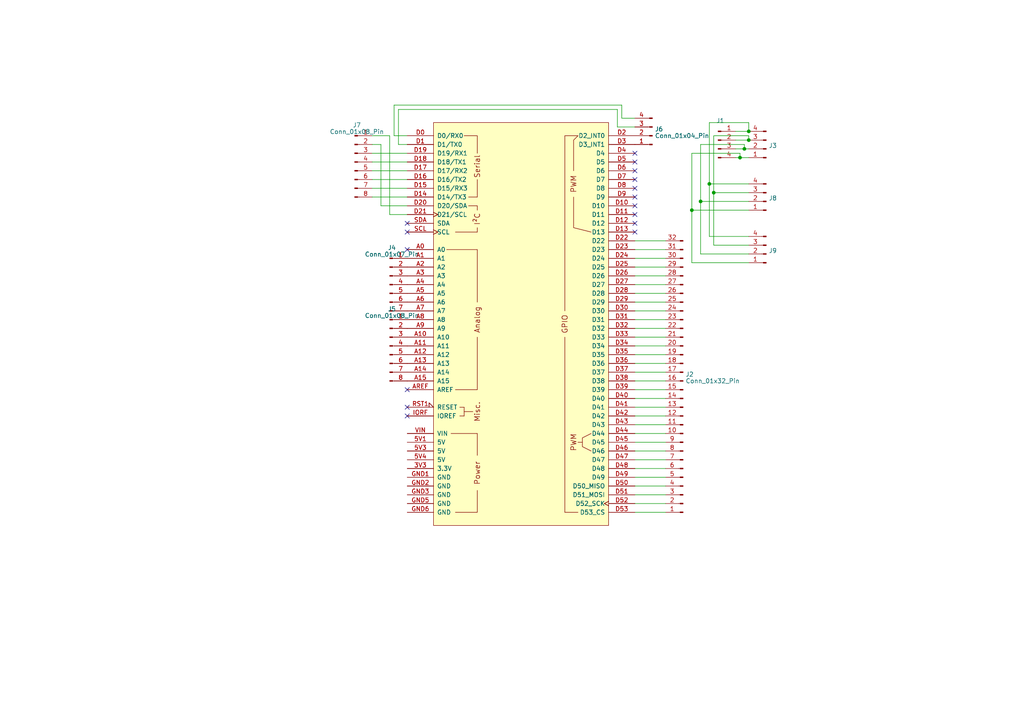
<source format=kicad_sch>
(kicad_sch (version 20230121) (generator eeschema)
  (paper "A4")
  (lib_symbols
    (symbol "Connector:Conn_01x04_Pin" (pin_names (offset 1.016) hide)
      (property "Reference" "J" (at 0 5.08 0))
      (property "Value" "Conn_01x04_Pin" (at 0 -7.62 0))
      (symbol "Conn_01x04_Pin_1_1"
        (polyline (pts (xy 1.27 -5.08) (xy 0.8636 -5.08)) (stroke (width 0.1524)))
        (polyline (pts (xy 1.27 -2.54) (xy 0.8636 -2.54)) (stroke (width 0.1524)))
        (polyline (pts (xy 1.27 0) (xy 0.8636 0)) (stroke (width 0.1524)))
        (polyline (pts (xy 1.27 2.54) (xy 0.8636 2.54)) (stroke (width 0.1524)))
        (rectangle (start 0.8636 -4.953) (end 0 -5.207) (stroke (width 0.1524)) (fill (type outline)))
        (rectangle (start 0.8636 -2.413) (end 0 -2.667) (stroke (width 0.1524)) (fill (type outline)))
        (rectangle (start 0.8636 0.127) (end 0 -0.127) (stroke (width 0.1524)) (fill (type outline)))
        (rectangle (start 0.8636 2.667) (end 0 2.413) (stroke (width 0.1524)) (fill (type outline)))
        (pin passive line (at 5.08 2.54 180) (length 3.81) (name "Pin_1") (number "1"))
        (pin passive line (at 5.08 0 180) (length 3.81) (name "Pin_2") (number "2"))
        (pin passive line (at 5.08 -2.54 180) (length 3.81) (name "Pin_3") (number "3"))
        (pin passive line (at 5.08 -5.08 180) (length 3.81) (name "Pin_4") (number "4"))
      )
    )
    (symbol "Connector:Conn_01x07_Pin" (pin_names (offset 1.016) hide)
      (property "Reference" "J" (at 0 10.16 0))
      (property "Value" "Conn_01x07_Pin" (at 0 -10.16 0))
      (symbol "Conn_01x07_Pin_1_1"
        (polyline (pts (xy 1.27 -7.62) (xy 0.8636 -7.62)) (stroke (width 0.1524)))
        (polyline (pts (xy 1.27 -5.08) (xy 0.8636 -5.08)) (stroke (width 0.1524)))
        (polyline (pts (xy 1.27 -2.54) (xy 0.8636 -2.54)) (stroke (width 0.1524)))
        (polyline (pts (xy 1.27 0) (xy 0.8636 0)) (stroke (width 0.1524)))
        (polyline (pts (xy 1.27 2.54) (xy 0.8636 2.54)) (stroke (width 0.1524)))
        (polyline (pts (xy 1.27 5.08) (xy 0.8636 5.08)) (stroke (width 0.1524)))
        (polyline (pts (xy 1.27 7.62) (xy 0.8636 7.62)) (stroke (width 0.1524)))
        (rectangle (start 0.8636 -7.493) (end 0 -7.747) (stroke (width 0.1524)) (fill (type outline)))
        (rectangle (start 0.8636 -4.953) (end 0 -5.207) (stroke (width 0.1524)) (fill (type outline)))
        (rectangle (start 0.8636 -2.413) (end 0 -2.667) (stroke (width 0.1524)) (fill (type outline)))
        (rectangle (start 0.8636 0.127) (end 0 -0.127) (stroke (width 0.1524)) (fill (type outline)))
        (rectangle (start 0.8636 2.667) (end 0 2.413) (stroke (width 0.1524)) (fill (type outline)))
        (rectangle (start 0.8636 5.207) (end 0 4.953) (stroke (width 0.1524)) (fill (type outline)))
        (rectangle (start 0.8636 7.747) (end 0 7.493) (stroke (width 0.1524)) (fill (type outline)))
        (pin passive line (at 5.08 7.62 180) (length 3.81) (name "Pin_1") (number "1"))
        (pin passive line (at 5.08 5.08 180) (length 3.81) (name "Pin_2") (number "2"))
        (pin passive line (at 5.08 2.54 180) (length 3.81) (name "Pin_3") (number "3"))
        (pin passive line (at 5.08 0 180) (length 3.81) (name "Pin_4") (number "4"))
        (pin passive line (at 5.08 -2.54 180) (length 3.81) (name "Pin_5") (number "5"))
        (pin passive line (at 5.08 -5.08 180) (length 3.81) (name "Pin_6") (number "6"))
        (pin passive line (at 5.08 -7.62 180) (length 3.81) (name "Pin_7") (number "7"))
      )
    )
    (symbol "Connector:Conn_01x08_Pin" (pin_names (offset 1.016) hide)
      (property "Reference" "J" (at 0 10.16 0))
      (property "Value" "Conn_01x08_Pin" (at 0 -12.7 0))
      (symbol "Conn_01x08_Pin_1_1"
        (polyline (pts (xy 1.27 -10.16) (xy 0.8636 -10.16)) (stroke (width 0.1524)))
        (polyline (pts (xy 1.27 -7.62) (xy 0.8636 -7.62)) (stroke (width 0.1524)))
        (polyline (pts (xy 1.27 -5.08) (xy 0.8636 -5.08)) (stroke (width 0.1524)))
        (polyline (pts (xy 1.27 -2.54) (xy 0.8636 -2.54)) (stroke (width 0.1524)))
        (polyline (pts (xy 1.27 0) (xy 0.8636 0)) (stroke (width 0.1524)))
        (polyline (pts (xy 1.27 2.54) (xy 0.8636 2.54)) (stroke (width 0.1524)))
        (polyline (pts (xy 1.27 5.08) (xy 0.8636 5.08)) (stroke (width 0.1524)))
        (polyline (pts (xy 1.27 7.62) (xy 0.8636 7.62)) (stroke (width 0.1524)))
        (rectangle (start 0.8636 -10.033) (end 0 -10.287) (stroke (width 0.1524)) (fill (type outline)))
        (rectangle (start 0.8636 -7.493) (end 0 -7.747) (stroke (width 0.1524)) (fill (type outline)))
        (rectangle (start 0.8636 -4.953) (end 0 -5.207) (stroke (width 0.1524)) (fill (type outline)))
        (rectangle (start 0.8636 -2.413) (end 0 -2.667) (stroke (width 0.1524)) (fill (type outline)))
        (rectangle (start 0.8636 0.127) (end 0 -0.127) (stroke (width 0.1524)) (fill (type outline)))
        (rectangle (start 0.8636 2.667) (end 0 2.413) (stroke (width 0.1524)) (fill (type outline)))
        (rectangle (start 0.8636 5.207) (end 0 4.953) (stroke (width 0.1524)) (fill (type outline)))
        (rectangle (start 0.8636 7.747) (end 0 7.493) (stroke (width 0.1524)) (fill (type outline)))
        (pin passive line (at 5.08 7.62 180) (length 3.81) (name "Pin_1") (number "1"))
        (pin passive line (at 5.08 5.08 180) (length 3.81) (name "Pin_2") (number "2"))
        (pin passive line (at 5.08 2.54 180) (length 3.81) (name "Pin_3") (number "3"))
        (pin passive line (at 5.08 0 180) (length 3.81) (name "Pin_4") (number "4"))
        (pin passive line (at 5.08 -2.54 180) (length 3.81) (name "Pin_5") (number "5"))
        (pin passive line (at 5.08 -5.08 180) (length 3.81) (name "Pin_6") (number "6"))
        (pin passive line (at 5.08 -7.62 180) (length 3.81) (name "Pin_7") (number "7"))
        (pin passive line (at 5.08 -10.16 180) (length 3.81) (name "Pin_8") (number "8"))
      )
    )
    (symbol "Connector:Conn_01x32_Pin" (pin_names (offset 1.016) hide)
      (property "Reference" "J" (at 0 40.64 0))
      (property "Value" "Conn_01x32_Pin" (at 0 -43.18 0))
      (symbol "Conn_01x32_Pin_1_1"
        (polyline (pts (xy 1.27 -40.64) (xy 0.8636 -40.64)) (stroke (width 0.1524)))
        (polyline (pts (xy 1.27 -38.1) (xy 0.8636 -38.1)) (stroke (width 0.1524)))
        (polyline (pts (xy 1.27 -35.56) (xy 0.8636 -35.56)) (stroke (width 0.1524)))
        (polyline (pts (xy 1.27 -33.02) (xy 0.8636 -33.02)) (stroke (width 0.1524)))
        (polyline (pts (xy 1.27 -30.48) (xy 0.8636 -30.48)) (stroke (width 0.1524)))
        (polyline (pts (xy 1.27 -27.94) (xy 0.8636 -27.94)) (stroke (width 0.1524)))
        (polyline (pts (xy 1.27 -25.4) (xy 0.8636 -25.4)) (stroke (width 0.1524)))
        (polyline (pts (xy 1.27 -22.86) (xy 0.8636 -22.86)) (stroke (width 0.1524)))
        (polyline (pts (xy 1.27 -20.32) (xy 0.8636 -20.32)) (stroke (width 0.1524)))
        (polyline (pts (xy 1.27 -17.78) (xy 0.8636 -17.78)) (stroke (width 0.1524)))
        (polyline (pts (xy 1.27 -15.24) (xy 0.8636 -15.24)) (stroke (width 0.1524)))
        (polyline (pts (xy 1.27 -12.7) (xy 0.8636 -12.7)) (stroke (width 0.1524)))
        (polyline (pts (xy 1.27 -10.16) (xy 0.8636 -10.16)) (stroke (width 0.1524)))
        (polyline (pts (xy 1.27 -7.62) (xy 0.8636 -7.62)) (stroke (width 0.1524)))
        (polyline (pts (xy 1.27 -5.08) (xy 0.8636 -5.08)) (stroke (width 0.1524)))
        (polyline (pts (xy 1.27 -2.54) (xy 0.8636 -2.54)) (stroke (width 0.1524)))
        (polyline (pts (xy 1.27 0) (xy 0.8636 0)) (stroke (width 0.1524)))
        (polyline (pts (xy 1.27 2.54) (xy 0.8636 2.54)) (stroke (width 0.1524)))
        (polyline (pts (xy 1.27 5.08) (xy 0.8636 5.08)) (stroke (width 0.1524)))
        (polyline (pts (xy 1.27 7.62) (xy 0.8636 7.62)) (stroke (width 0.1524)))
        (polyline (pts (xy 1.27 10.16) (xy 0.8636 10.16)) (stroke (width 0.1524)))
        (polyline (pts (xy 1.27 12.7) (xy 0.8636 12.7)) (stroke (width 0.1524)))
        (polyline (pts (xy 1.27 15.24) (xy 0.8636 15.24)) (stroke (width 0.1524)))
        (polyline (pts (xy 1.27 17.78) (xy 0.8636 17.78)) (stroke (width 0.1524)))
        (polyline (pts (xy 1.27 20.32) (xy 0.8636 20.32)) (stroke (width 0.1524)))
        (polyline (pts (xy 1.27 22.86) (xy 0.8636 22.86)) (stroke (width 0.1524)))
        (polyline (pts (xy 1.27 25.4) (xy 0.8636 25.4)) (stroke (width 0.1524)))
        (polyline (pts (xy 1.27 27.94) (xy 0.8636 27.94)) (stroke (width 0.1524)))
        (polyline (pts (xy 1.27 30.48) (xy 0.8636 30.48)) (stroke (width 0.1524)))
        (polyline (pts (xy 1.27 33.02) (xy 0.8636 33.02)) (stroke (width 0.1524)))
        (polyline (pts (xy 1.27 35.56) (xy 0.8636 35.56)) (stroke (width 0.1524)))
        (polyline (pts (xy 1.27 38.1) (xy 0.8636 38.1)) (stroke (width 0.1524)))
        (rectangle (start 0.8636 -40.513) (end 0 -40.767) (stroke (width 0.1524)) (fill (type outline)))
        (rectangle (start 0.8636 -37.973) (end 0 -38.227) (stroke (width 0.1524)) (fill (type outline)))
        (rectangle (start 0.8636 -35.433) (end 0 -35.687) (stroke (width 0.1524)) (fill (type outline)))
        (rectangle (start 0.8636 -32.893) (end 0 -33.147) (stroke (width 0.1524)) (fill (type outline)))
        (rectangle (start 0.8636 -30.353) (end 0 -30.607) (stroke (width 0.1524)) (fill (type outline)))
        (rectangle (start 0.8636 -27.813) (end 0 -28.067) (stroke (width 0.1524)) (fill (type outline)))
        (rectangle (start 0.8636 -25.273) (end 0 -25.527) (stroke (width 0.1524)) (fill (type outline)))
        (rectangle (start 0.8636 -22.733) (end 0 -22.987) (stroke (width 0.1524)) (fill (type outline)))
        (rectangle (start 0.8636 -20.193) (end 0 -20.447) (stroke (width 0.1524)) (fill (type outline)))
        (rectangle (start 0.8636 -17.653) (end 0 -17.907) (stroke (width 0.1524)) (fill (type outline)))
        (rectangle (start 0.8636 -15.113) (end 0 -15.367) (stroke (width 0.1524)) (fill (type outline)))
        (rectangle (start 0.8636 -12.573) (end 0 -12.827) (stroke (width 0.1524)) (fill (type outline)))
        (rectangle (start 0.8636 -10.033) (end 0 -10.287) (stroke (width 0.1524)) (fill (type outline)))
        (rectangle (start 0.8636 -7.493) (end 0 -7.747) (stroke (width 0.1524)) (fill (type outline)))
        (rectangle (start 0.8636 -4.953) (end 0 -5.207) (stroke (width 0.1524)) (fill (type outline)))
        (rectangle (start 0.8636 -2.413) (end 0 -2.667) (stroke (width 0.1524)) (fill (type outline)))
        (rectangle (start 0.8636 0.127) (end 0 -0.127) (stroke (width 0.1524)) (fill (type outline)))
        (rectangle (start 0.8636 2.667) (end 0 2.413) (stroke (width 0.1524)) (fill (type outline)))
        (rectangle (start 0.8636 5.207) (end 0 4.953) (stroke (width 0.1524)) (fill (type outline)))
        (rectangle (start 0.8636 7.747) (end 0 7.493) (stroke (width 0.1524)) (fill (type outline)))
        (rectangle (start 0.8636 10.287) (end 0 10.033) (stroke (width 0.1524)) (fill (type outline)))
        (rectangle (start 0.8636 12.827) (end 0 12.573) (stroke (width 0.1524)) (fill (type outline)))
        (rectangle (start 0.8636 15.367) (end 0 15.113) (stroke (width 0.1524)) (fill (type outline)))
        (rectangle (start 0.8636 17.907) (end 0 17.653) (stroke (width 0.1524)) (fill (type outline)))
        (rectangle (start 0.8636 20.447) (end 0 20.193) (stroke (width 0.1524)) (fill (type outline)))
        (rectangle (start 0.8636 22.987) (end 0 22.733) (stroke (width 0.1524)) (fill (type outline)))
        (rectangle (start 0.8636 25.527) (end 0 25.273) (stroke (width 0.1524)) (fill (type outline)))
        (rectangle (start 0.8636 28.067) (end 0 27.813) (stroke (width 0.1524)) (fill (type outline)))
        (rectangle (start 0.8636 30.607) (end 0 30.353) (stroke (width 0.1524)) (fill (type outline)))
        (rectangle (start 0.8636 33.147) (end 0 32.893) (stroke (width 0.1524)) (fill (type outline)))
        (rectangle (start 0.8636 35.687) (end 0 35.433) (stroke (width 0.1524)) (fill (type outline)))
        (rectangle (start 0.8636 38.227) (end 0 37.973) (stroke (width 0.1524)) (fill (type outline)))
        (pin passive line (at 5.08 38.1 180) (length 3.81) (name "Pin_1") (number "1"))
        (pin passive line (at 5.08 15.24 180) (length 3.81) (name "Pin_10") (number "10"))
        (pin passive line (at 5.08 12.7 180) (length 3.81) (name "Pin_11") (number "11"))
        (pin passive line (at 5.08 10.16 180) (length 3.81) (name "Pin_12") (number "12"))
        (pin passive line (at 5.08 7.62 180) (length 3.81) (name "Pin_13") (number "13"))
        (pin passive line (at 5.08 5.08 180) (length 3.81) (name "Pin_14") (number "14"))
        (pin passive line (at 5.08 2.54 180) (length 3.81) (name "Pin_15") (number "15"))
        (pin passive line (at 5.08 0 180) (length 3.81) (name "Pin_16") (number "16"))
        (pin passive line (at 5.08 -2.54 180) (length 3.81) (name "Pin_17") (number "17"))
        (pin passive line (at 5.08 -5.08 180) (length 3.81) (name "Pin_18") (number "18"))
        (pin passive line (at 5.08 -7.62 180) (length 3.81) (name "Pin_19") (number "19"))
        (pin passive line (at 5.08 35.56 180) (length 3.81) (name "Pin_2") (number "2"))
        (pin passive line (at 5.08 -10.16 180) (length 3.81) (name "Pin_20") (number "20"))
        (pin passive line (at 5.08 -12.7 180) (length 3.81) (name "Pin_21") (number "21"))
        (pin passive line (at 5.08 -15.24 180) (length 3.81) (name "Pin_22") (number "22"))
        (pin passive line (at 5.08 -17.78 180) (length 3.81) (name "Pin_23") (number "23"))
        (pin passive line (at 5.08 -20.32 180) (length 3.81) (name "Pin_24") (number "24"))
        (pin passive line (at 5.08 -22.86 180) (length 3.81) (name "Pin_25") (number "25"))
        (pin passive line (at 5.08 -25.4 180) (length 3.81) (name "Pin_26") (number "26"))
        (pin passive line (at 5.08 -27.94 180) (length 3.81) (name "Pin_27") (number "27"))
        (pin passive line (at 5.08 -30.48 180) (length 3.81) (name "Pin_28") (number "28"))
        (pin passive line (at 5.08 -33.02 180) (length 3.81) (name "Pin_29") (number "29"))
        (pin passive line (at 5.08 33.02 180) (length 3.81) (name "Pin_3") (number "3"))
        (pin passive line (at 5.08 -35.56 180) (length 3.81) (name "Pin_30") (number "30"))
        (pin passive line (at 5.08 -38.1 180) (length 3.81) (name "Pin_31") (number "31"))
        (pin passive line (at 5.08 -40.64 180) (length 3.81) (name "Pin_32") (number "32"))
        (pin passive line (at 5.08 30.48 180) (length 3.81) (name "Pin_4") (number "4"))
        (pin passive line (at 5.08 27.94 180) (length 3.81) (name "Pin_5") (number "5"))
        (pin passive line (at 5.08 25.4 180) (length 3.81) (name "Pin_6") (number "6"))
        (pin passive line (at 5.08 22.86 180) (length 3.81) (name "Pin_7") (number "7"))
        (pin passive line (at 5.08 20.32 180) (length 3.81) (name "Pin_8") (number "8"))
        (pin passive line (at 5.08 17.78 180) (length 3.81) (name "Pin_9") (number "9"))
      )
    )
    (symbol "PCM_arduino-library:Arduino_Mega2560_Shield" (pin_names (offset 1.016))
      (property "Reference" "XA1" (at 0 -60.1821 0))
      (property "Value" "Arduino_Mega2560_Shield" (at 0 -62.4363 0))
      (symbol "Arduino_Mega2560_Shield_0_0"
        (rectangle (start -25.4 -58.42) (end 25.4 58.42) (fill (type background)))
        (rectangle (start -20.32 -31.75) (end -12.7 -31.75))
        (rectangle (start -19.05 -54.61) (end -12.7 -54.61))
        (rectangle (start -19.05 -19.05) (end -12.7 -19.05))
        (rectangle (start -19.05 26.67) (end -12.7 26.67))
        (rectangle (start -17.78 -26.67) (end -16.51 -26.67))
        (rectangle (start -17.78 -24.13) (end -16.51 -24.13))
        (rectangle (start -16.51 -25.4) (end -13.97 -25.4))
        (rectangle (start -16.51 -24.13) (end -16.51 -26.67))
        (rectangle (start -16.51 54.61) (end -12.7 54.61))
        (rectangle (start -15.24 34.29) (end -12.7 34.29))
        (rectangle (start -15.24 36.83) (end -12.7 36.83))
        (rectangle (start -12.7 -54.61) (end -12.7 -48.26))
        (rectangle (start -12.7 -31.75) (end -12.7 -38.1))
        (rectangle (start -12.7 26.67) (end -12.7 27.94))
        (rectangle (start -12.7 34.29) (end -12.7 33.02))
        (rectangle (start -12.7 41.91) (end -12.7 36.83))
        (rectangle (start -12.7 49.53) (end -12.7 54.61))
        (polyline (pts (xy -21.59 21.59) (xy -12.7 21.59)))
        (polyline (pts (xy -12.7 -19.05) (xy -12.7 -3.81)))
        (polyline (pts (xy -12.7 6.35) (xy -12.7 21.59)))
        (polyline (pts (xy 12.7 -54.61) (xy 16.51 -54.61)))
        (polyline (pts (xy 12.7 54.61) (xy 16.51 54.61)))
        (polyline (pts (xy 17.78 -34.29) (xy 16.51 -34.29)))
        (polyline (pts (xy 15.24 36.83) (xy 15.24 27.94) (xy 20.32 26.67)))
        (polyline (pts (xy 15.24 44.45) (xy 15.24 53.34) (xy 16.51 54.61)))
        (polyline (pts (xy 20.32 -31.75) (xy 17.78 -33.02) (xy 17.78 -35.56) (xy 20.32 -36.83)))
        (text "Analog" (at -12.7 1.27 900) (effects (font (size 1.524 1.524))))
        (text "I²C" (at -12.7 30.48 900) (effects (font (size 1.524 1.524))))
        (text "Misc." (at -12.7 -25.4 900) (effects (font (size 1.524 1.524))))
        (text "Power" (at -12.7 -43.18 900) (effects (font (size 1.524 1.524))))
        (text "PWM" (at 15.24 -34.29 900) (effects (font (size 1.524 1.524))))
        (text "PWM" (at 15.24 40.64 900) (effects (font (size 1.524 1.524))))
        (text "Serial" (at -12.7 45.72 900) (effects (font (size 1.524 1.524))))
      )
      (symbol "Arduino_Mega2560_Shield_1_0"
        (rectangle (start 12.7 -54.61) (end 12.7 -3.81))
        (rectangle (start 12.7 54.61) (end 12.7 3.81))
        (text "GPIO" (at 12.7 0 900) (effects (font (size 1.524 1.524))))
      )
      (symbol "Arduino_Mega2560_Shield_1_1"
        (pin power_out line (at -33.02 -41.91 0) (length 7.62) (name "3.3V") (number "3V3"))
        (pin power_in line (at -33.02 -34.29 0) (length 7.62) (name "5V") (number "5V1"))
        (pin power_in line (at -33.02 -36.83 0) (length 7.62) (name "5V") (number "5V3"))
        (pin power_in line (at -33.02 -39.37 0) (length 7.62) (name "5V") (number "5V4"))
        (pin bidirectional line (at -33.02 21.59 0) (length 7.62) (name "A0") (number "A0"))
        (pin bidirectional line (at -33.02 19.05 0) (length 7.62) (name "A1") (number "A1"))
        (pin bidirectional line (at -33.02 -3.81 0) (length 7.62) (name "A10") (number "A10"))
        (pin bidirectional line (at -33.02 -6.35 0) (length 7.62) (name "A11") (number "A11"))
        (pin bidirectional line (at -33.02 -8.89 0) (length 7.62) (name "A12") (number "A12"))
        (pin bidirectional line (at -33.02 -11.43 0) (length 7.62) (name "A13") (number "A13"))
        (pin bidirectional line (at -33.02 -13.97 0) (length 7.62) (name "A14") (number "A14"))
        (pin bidirectional line (at -33.02 -16.51 0) (length 7.62) (name "A15") (number "A15"))
        (pin bidirectional line (at -33.02 16.51 0) (length 7.62) (name "A2") (number "A2"))
        (pin bidirectional line (at -33.02 13.97 0) (length 7.62) (name "A3") (number "A3"))
        (pin bidirectional line (at -33.02 11.43 0) (length 7.62) (name "A4") (number "A4"))
        (pin bidirectional line (at -33.02 8.89 0) (length 7.62) (name "A5") (number "A5"))
        (pin bidirectional line (at -33.02 6.35 0) (length 7.62) (name "A6") (number "A6"))
        (pin bidirectional line (at -33.02 3.81 0) (length 7.62) (name "A7") (number "A7"))
        (pin bidirectional line (at -33.02 1.27 0) (length 7.62) (name "A8") (number "A8"))
        (pin bidirectional line (at -33.02 -1.27 0) (length 7.62) (name "A9") (number "A9"))
        (pin input line (at -33.02 -19.05 0) (length 7.62) (name "AREF") (number "AREF"))
        (pin bidirectional line (at -33.02 54.61 0) (length 7.62) (name "D0/RX0") (number "D0"))
        (pin bidirectional line (at -33.02 52.07 0) (length 7.62) (name "D1/TX0") (number "D1"))
        (pin bidirectional line (at 33.02 34.29 180) (length 7.62) (name "D10") (number "D10"))
        (pin bidirectional line (at 33.02 31.75 180) (length 7.62) (name "D11") (number "D11"))
        (pin bidirectional line (at 33.02 29.21 180) (length 7.62) (name "D12") (number "D12"))
        (pin bidirectional line (at 33.02 26.67 180) (length 7.62) (name "D13") (number "D13"))
        (pin bidirectional line (at -33.02 36.83 0) (length 7.62) (name "D14/TX3") (number "D14"))
        (pin bidirectional line (at -33.02 39.37 0) (length 7.62) (name "D15/RX3") (number "D15"))
        (pin bidirectional line (at -33.02 41.91 0) (length 7.62) (name "D16/TX2") (number "D16"))
        (pin bidirectional line (at -33.02 44.45 0) (length 7.62) (name "D17/RX2") (number "D17"))
        (pin bidirectional line (at -33.02 46.99 0) (length 7.62) (name "D18/TX1") (number "D18"))
        (pin bidirectional line (at -33.02 49.53 0) (length 7.62) (name "D19/RX1") (number "D19"))
        (pin bidirectional line (at 33.02 54.61 180) (length 7.62) (name "D2_INT0") (number "D2"))
        (pin bidirectional line (at -33.02 34.29 0) (length 7.62) (name "D20/SDA") (number "D20"))
        (pin bidirectional clock (at -33.02 31.75 0) (length 7.62) (name "D21/SCL") (number "D21"))
        (pin bidirectional line (at 33.02 24.13 180) (length 7.62) (name "D22") (number "D22"))
        (pin bidirectional line (at 33.02 21.59 180) (length 7.62) (name "D23") (number "D23"))
        (pin bidirectional line (at 33.02 19.05 180) (length 7.62) (name "D24") (number "D24"))
        (pin bidirectional line (at 33.02 16.51 180) (length 7.62) (name "D25") (number "D25"))
        (pin bidirectional line (at 33.02 13.97 180) (length 7.62) (name "D26") (number "D26"))
        (pin bidirectional line (at 33.02 11.43 180) (length 7.62) (name "D27") (number "D27"))
        (pin bidirectional line (at 33.02 8.89 180) (length 7.62) (name "D28") (number "D28"))
        (pin bidirectional line (at 33.02 6.35 180) (length 7.62) (name "D29") (number "D29"))
        (pin bidirectional line (at 33.02 52.07 180) (length 7.62) (name "D3_INT1") (number "D3"))
        (pin bidirectional line (at 33.02 3.81 180) (length 7.62) (name "D30") (number "D30"))
        (pin bidirectional line (at 33.02 1.27 180) (length 7.62) (name "D31") (number "D31"))
        (pin bidirectional line (at 33.02 -1.27 180) (length 7.62) (name "D32") (number "D32"))
        (pin bidirectional line (at 33.02 -3.81 180) (length 7.62) (name "D33") (number "D33"))
        (pin bidirectional line (at 33.02 -6.35 180) (length 7.62) (name "D34") (number "D34"))
        (pin bidirectional line (at 33.02 -8.89 180) (length 7.62) (name "D35") (number "D35"))
        (pin bidirectional line (at 33.02 -11.43 180) (length 7.62) (name "D36") (number "D36"))
        (pin bidirectional line (at 33.02 -13.97 180) (length 7.62) (name "D37") (number "D37"))
        (pin bidirectional line (at 33.02 -16.51 180) (length 7.62) (name "D38") (number "D38"))
        (pin bidirectional line (at 33.02 -19.05 180) (length 7.62) (name "D39") (number "D39"))
        (pin bidirectional line (at 33.02 49.53 180) (length 7.62) (name "D4") (number "D4"))
        (pin bidirectional line (at 33.02 -21.59 180) (length 7.62) (name "D40") (number "D40"))
        (pin bidirectional line (at 33.02 -24.13 180) (length 7.62) (name "D41") (number "D41"))
        (pin bidirectional line (at 33.02 -26.67 180) (length 7.62) (name "D42") (number "D42"))
        (pin bidirectional line (at 33.02 -29.21 180) (length 7.62) (name "D43") (number "D43"))
        (pin bidirectional line (at 33.02 -31.75 180) (length 7.62) (name "D44") (number "D44"))
        (pin bidirectional line (at 33.02 -34.29 180) (length 7.62) (name "D45") (number "D45"))
        (pin bidirectional line (at 33.02 -36.83 180) (length 7.62) (name "D46") (number "D46"))
        (pin bidirectional line (at 33.02 -39.37 180) (length 7.62) (name "D47") (number "D47"))
        (pin bidirectional line (at 33.02 -41.91 180) (length 7.62) (name "D48") (number "D48"))
        (pin bidirectional line (at 33.02 -44.45 180) (length 7.62) (name "D49") (number "D49"))
        (pin bidirectional line (at 33.02 46.99 180) (length 7.62) (name "D5") (number "D5"))
        (pin bidirectional line (at 33.02 -46.99 180) (length 7.62) (name "D50_MISO") (number "D50"))
        (pin bidirectional line (at 33.02 -49.53 180) (length 7.62) (name "D51_MOSI") (number "D51"))
        (pin bidirectional clock (at 33.02 -52.07 180) (length 7.62) (name "D52_SCK") (number "D52"))
        (pin bidirectional line (at 33.02 -54.61 180) (length 7.62) (name "D53_CS") (number "D53"))
        (pin bidirectional line (at 33.02 44.45 180) (length 7.62) (name "D6") (number "D6"))
        (pin bidirectional line (at 33.02 41.91 180) (length 7.62) (name "D7") (number "D7"))
        (pin bidirectional line (at 33.02 39.37 180) (length 7.62) (name "D8") (number "D8"))
        (pin bidirectional line (at 33.02 36.83 180) (length 7.62) (name "D9") (number "D9"))
        (pin power_in line (at -33.02 -44.45 0) (length 7.62) (name "GND") (number "GND1"))
        (pin power_in line (at -33.02 -46.99 0) (length 7.62) (name "GND") (number "GND2"))
        (pin power_in line (at -33.02 -49.53 0) (length 7.62) (name "GND") (number "GND3"))
        (pin power_in line (at -33.02 -52.07 0) (length 7.62) (name "GND") (number "GND5"))
        (pin power_in line (at -33.02 -54.61 0) (length 7.62) (name "GND") (number "GND6"))
        (pin output line (at -33.02 -26.67 0) (length 7.62) (name "IOREF") (number "IORF"))
        (pin open_collector input_low (at -33.02 -24.13 0) (length 7.62) (name "RESET") (number "RST1"))
        (pin bidirectional clock (at -33.02 26.67 0) (length 7.62) (name "SCL") (number "SCL"))
        (pin bidirectional line (at -33.02 29.21 0) (length 7.62) (name "SDA") (number "SDA"))
        (pin power_in line (at -33.02 -31.75 0) (length 7.62) (name "VIN") (number "VIN"))
      )
    )
  )
  (junction (at 203.2 58.42))
  (junction (at 200.66 60.96))
  (junction (at 215.9 43.18))
  (junction (at 217.17 38.1))
  (junction (at 217.17 40.64))
  (junction (at 207.01 55.88))
  (junction (at 205.74 53.34))
  (junction (at 214.63 45.72))
  (no_connect (at 118.11 118.11))
  (no_connect (at 184.15 67.31))
  (no_connect (at 118.11 64.77))
  (no_connect (at 184.15 52.07))
  (no_connect (at 184.15 59.69))
  (no_connect (at 184.15 44.45))
  (no_connect (at 118.11 113.03))
  (no_connect (at 118.11 120.65))
  (no_connect (at 184.15 54.61))
  (no_connect (at 184.15 64.77))
  (no_connect (at 184.15 46.99))
  (no_connect (at 184.15 49.53))
  (no_connect (at 118.11 67.31))
  (no_connect (at 118.11 72.39))
  (no_connect (at 184.15 57.15))
  (no_connect (at 184.15 62.23))
  (wire (pts (xy 217.17 58.42) (xy 203.2 58.42)))
  (wire (pts (xy 184.15 115.57) (xy 193.04 115.57)))
  (wire (pts (xy 217.17 71.12) (xy 207.01 71.12)))
  (wire (pts (xy 107.95 54.61) (xy 118.11 54.61)))
  (wire (pts (xy 205.74 68.58) (xy 217.17 68.58)))
  (wire (pts (xy 203.2 41.91) (xy 203.2 58.42)))
  (wire (pts (xy 115.57 31.75) (xy 179.07 31.75)))
  (wire (pts (xy 184.15 148.59) (xy 193.04 148.59)))
  (wire (pts (xy 184.15 82.55) (xy 193.04 82.55)))
  (wire (pts (xy 110.49 59.69) (xy 110.49 41.91)))
  (wire (pts (xy 184.15 100.33) (xy 193.04 100.33)))
  (wire (pts (xy 213.36 38.1) (xy 217.17 38.1)))
  (wire (pts (xy 217.17 73.66) (xy 203.2 73.66)))
  (wire (pts (xy 184.15 85.09) (xy 193.04 85.09)))
  (wire (pts (xy 215.9 43.18) (xy 217.17 43.18)))
  (wire (pts (xy 184.15 146.05) (xy 193.04 146.05)))
  (wire (pts (xy 110.49 41.91) (xy 107.95 41.91)))
  (wire (pts (xy 180.34 30.48) (xy 180.34 34.29)))
  (wire (pts (xy 184.15 125.73) (xy 193.04 125.73)))
  (wire (pts (xy 114.3 39.37) (xy 114.3 30.48)))
  (wire (pts (xy 184.15 87.63) (xy 193.04 87.63)))
  (wire (pts (xy 213.36 43.18) (xy 215.9 43.18)))
  (wire (pts (xy 207.01 55.88) (xy 207.01 39.37)))
  (wire (pts (xy 200.66 60.96) (xy 217.17 60.96)))
  (wire (pts (xy 184.15 80.01) (xy 193.04 80.01)))
  (wire (pts (xy 180.34 34.29) (xy 184.15 34.29)))
  (wire (pts (xy 184.15 102.87) (xy 193.04 102.87)))
  (wire (pts (xy 184.15 143.51) (xy 193.04 143.51)))
  (wire (pts (xy 179.07 36.83) (xy 179.07 31.75)))
  (wire (pts (xy 184.15 74.93) (xy 193.04 74.93)))
  (wire (pts (xy 107.95 44.45) (xy 118.11 44.45)))
  (wire (pts (xy 184.15 97.79) (xy 193.04 97.79)))
  (wire (pts (xy 184.15 77.47) (xy 193.04 77.47)))
  (wire (pts (xy 114.3 39.37) (xy 118.11 39.37)))
  (wire (pts (xy 217.17 35.56) (xy 205.74 35.56)))
  (wire (pts (xy 217.17 39.37) (xy 217.17 40.64)))
  (wire (pts (xy 184.15 123.19) (xy 193.04 123.19)))
  (wire (pts (xy 217.17 76.2) (xy 200.66 76.2)))
  (wire (pts (xy 184.15 140.97) (xy 193.04 140.97)))
  (wire (pts (xy 184.15 105.41) (xy 193.04 105.41)))
  (wire (pts (xy 217.17 38.1) (xy 217.17 35.56)))
  (wire (pts (xy 207.01 55.88) (xy 217.17 55.88)))
  (wire (pts (xy 184.15 135.89) (xy 193.04 135.89)))
  (wire (pts (xy 184.15 36.83) (xy 179.07 36.83)))
  (wire (pts (xy 107.95 52.07) (xy 118.11 52.07)))
  (wire (pts (xy 184.15 72.39) (xy 193.04 72.39)))
  (wire (pts (xy 118.11 59.69) (xy 110.49 59.69)))
  (wire (pts (xy 113.03 62.23) (xy 118.11 62.23)))
  (wire (pts (xy 203.2 58.42) (xy 203.2 73.66)))
  (wire (pts (xy 184.15 128.27) (xy 193.04 128.27)))
  (wire (pts (xy 207.01 71.12) (xy 207.01 55.88)))
  (wire (pts (xy 115.57 31.75) (xy 115.57 41.91)))
  (wire (pts (xy 113.03 39.37) (xy 113.03 62.23)))
  (wire (pts (xy 214.63 44.45) (xy 200.66 44.45)))
  (wire (pts (xy 214.63 45.72) (xy 217.17 45.72)))
  (wire (pts (xy 207.01 39.37) (xy 217.17 39.37)))
  (wire (pts (xy 200.66 44.45) (xy 200.66 60.96)))
  (wire (pts (xy 203.2 41.91) (xy 215.9 41.91)))
  (wire (pts (xy 114.3 30.48) (xy 180.34 30.48)))
  (wire (pts (xy 214.63 45.72) (xy 214.63 44.45)))
  (wire (pts (xy 184.15 120.65) (xy 193.04 120.65)))
  (wire (pts (xy 184.15 133.35) (xy 193.04 133.35)))
  (wire (pts (xy 107.95 39.37) (xy 113.03 39.37)))
  (wire (pts (xy 213.36 45.72) (xy 214.63 45.72)))
  (wire (pts (xy 184.15 90.17) (xy 193.04 90.17)))
  (wire (pts (xy 215.9 41.91) (xy 215.9 43.18)))
  (wire (pts (xy 200.66 60.96) (xy 200.66 76.2)))
  (wire (pts (xy 184.15 138.43) (xy 193.04 138.43)))
  (wire (pts (xy 184.15 69.85) (xy 193.04 69.85)))
  (wire (pts (xy 184.15 130.81) (xy 193.04 130.81)))
  (wire (pts (xy 205.74 53.34) (xy 217.17 53.34)))
  (wire (pts (xy 107.95 46.99) (xy 118.11 46.99)))
  (wire (pts (xy 184.15 92.71) (xy 193.04 92.71)))
  (wire (pts (xy 184.15 95.25) (xy 193.04 95.25)))
  (wire (pts (xy 184.15 113.03) (xy 193.04 113.03)))
  (wire (pts (xy 107.95 49.53) (xy 118.11 49.53)))
  (wire (pts (xy 118.11 41.91) (xy 115.57 41.91)))
  (wire (pts (xy 184.15 110.49) (xy 193.04 110.49)))
  (wire (pts (xy 213.36 40.64) (xy 217.17 40.64)))
  (wire (pts (xy 184.15 107.95) (xy 193.04 107.95)))
  (wire (pts (xy 184.15 118.11) (xy 193.04 118.11)))
  (wire (pts (xy 205.74 53.34) (xy 205.74 68.58)))
  (wire (pts (xy 107.95 57.15) (xy 118.11 57.15)))
  (wire (pts (xy 205.74 35.56) (xy 205.74 53.34)))
  (symbol (lib_id "Connector:Conn_01x04_Pin") (at 222.25 73.66 180) (unit 1)
    (property "Reference" "J9" (at 222.9612 72.7068 0) (effects (justify right)))
    (property "Value" "Conn_01x04_Pin" (effects hide))
    (property "Footprint" "Connector_PinHeader_2.54mm:PinHeader_1x04_P2.54mm_Vertical" (effects hide))
  )
  (symbol (lib_id "Connector:Conn_01x07_Pin") (at 113.03 82.55 0) (unit 1)
    (property "Reference" "J4" (at 113.665 71.8439 0))
    (property "Value" "Conn_01x07_Pin" (at 113.665 73.7649 0))
    (property "Footprint" "Connector_PinSocket_2.54mm:PinSocket_1x07_P2.54mm_Vertical" (effects hide))
  )
  (symbol (lib_id "Connector:Conn_01x32_Pin") (at 198.12 110.49 180) (unit 1)
    (property "Reference" "J2" (at 198.8312 108.5763 0) (effects (justify right)))
    (property "Value" "Conn_01x32_Pin" (at 198.8312 110.4973 0) (effects (justify right)))
    (property "Footprint" "Connector_PinSocket_2.54mm:PinSocket_2x16_P2.54mm_Vertical" (effects hide))
  )
  (symbol (lib_id "Connector:Conn_01x08_Pin") (at 113.03 100.33 0) (unit 1)
    (property "Reference" "J5" (at 113.665 89.6239 0))
    (property "Value" "Conn_01x08_Pin" (at 113.665 91.5449 0))
    (property "Footprint" "Connector_PinSocket_2.54mm:PinSocket_1x08_P2.54mm_Vertical" (effects hide))
  )
  (symbol (lib_id "Connector:Conn_01x04_Pin") (at 189.23 39.37 180) (unit 1)
    (property "Reference" "J6" (at 189.9412 37.4563 0) (effects (justify right)))
    (property "Value" "Conn_01x04_Pin" (at 189.9412 39.3773 0) (effects (justify right)))
    (property "Footprint" "Connector_PinSocket_2.54mm:PinSocket_1x04_P2.54mm_Vertical" (effects hide))
  )
  (symbol (lib_id "Connector:Conn_01x04_Pin") (at 222.25 58.42 180) (unit 1)
    (property "Reference" "J8" (at 222.9612 57.4668 0) (effects (justify right)))
    (property "Value" "Conn_01x04_Pin" (effects hide))
    (property "Footprint" "Connector_PinHeader_2.54mm:PinHeader_1x04_P2.54mm_Vertical" (effects hide))
  )
  (symbol (lib_id "PCM_arduino-library:Arduino_Mega2560_Shield") (at 151.13 93.98 0) (unit 1)
    (property "Reference" "XA1" (effects hide))
    (property "Value" "Arduino_Mega2560_Shield" (effects hide))
    (property "Footprint" "PCM_arduino-library:Arduino_Mega2560_custom_Shield" (effects hide))
    (property "Datasheet" "https://docs.arduino.cc/hardware/mega-2560" (effects hide))
  )
  (symbol (lib_id "Connector:Conn_01x08_Pin") (at 102.87 46.99 0) (unit 1)
    (property "Reference" "J7" (at 103.505 36.2839 0))
    (property "Value" "Conn_01x08_Pin" (at 103.505 38.2049 0))
    (property "Footprint" "Connector_PinSocket_2.54mm:PinSocket_1x08_P2.54mm_Vertical" (effects hide))
  )
  (symbol (lib_id "Connector:Conn_01x04_Pin") (at 222.25 43.18 180) (unit 1)
    (property "Reference" "J3" (at 222.9612 42.2268 0) (effects (justify right)))
    (property "Value" "Conn_01x04_Pin" (effects hide))
    (property "Footprint" "Connector_PinHeader_2.54mm:PinHeader_1x04_P2.54mm_Vertical" (effects hide))
  )
  (symbol (lib_id "Connector:Conn_01x04_Pin") (at 208.28 40.64 0) (unit 1)
    (property "Reference" "J1" (at 208.915 35.0139 0))
    (property "Value" "Conn_01x04_Pin" (effects hide))
    (property "Footprint" "Connector_PinHeader_2.54mm:PinHeader_1x04_P2.54mm_Vertical" (effects hide))
  )
)
</source>
